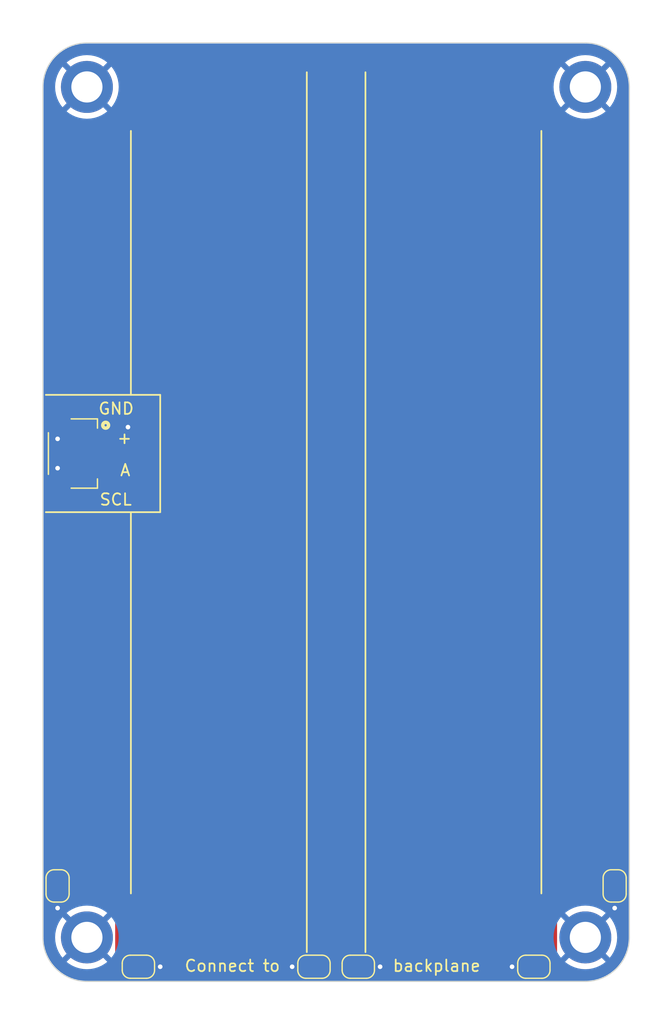
<source format=kicad_pcb>
(kicad_pcb (version 20221018) (generator pcbnew)
  (layers (0 "F.Cu" signal) (31 "B.Cu" signal) (34 "B.Paste" user) (35 "F.Paste" user) (36 "B.SilkS" user "B.Silkscreen") (37 "F.SilkS" user "F.Silkscreen") (38 "B.Mask" user) (39 "F.Mask" user) (44 "Edge.Cuts" user))
  (net 0 "")
  (net 1 "GND")
  (net 2 "/SCA")
  (net 3 "/SCL")
  (net 4 "Net-(J7-Pin_1)")
  (net 5 "Net-(J8-Pin_1)")
  (net 6 "Net-(J9-Pin_1)")
  (net 7 "Net-(J10-Pin_1)")
  (net 8 "Net-(J11-Pin_1)")
  (net 9 "Net-(J12-Pin_1)")
  (net 10 "Net-(J13-Pin_1)")
  (net 11 "Net-(J14-Pin_1)")
  (net 12 "Net-(J15-Pin_1)")
  (net 13 "Net-(J16-Pin_1)")
  (net 14 "Net-(J17-Pin_1)")
  (net 15 "Net-(J18-Pin_1)")
  (net 16 "Net-(J21-Pin_1)")
  (net 17 "Net-(J22-Pin_1)")
  (net 18 "Net-(J23-Pin_1)")
  (net 19 "Net-(J24-Pin_1)")
  (net 20 "Net-(J25-Pin_1)")
  (net 21 "Net-(J26-Pin_1)")
  (net 22 "Net-(J27-Pin_1)")
  (net 23 "Net-(J28-Pin_1)")
  (net 24 "Net-(J29-Pin_1)")
  (net 25 "Net-(J30-Pin_1)")
  (net 26 "Net-(J31-Pin_1)")
  (net 27 "Net-(J35-Pin_1)")
  (net 28 "Net-(J36-Pin_1)")
  (net 29 "Net-(J37-Pin_1)")
  (net 30 "Net-(J38-Pin_1)")
  (net 31 "/VDD")
  (net 32 "Net-(J32-Pin_1)")
  (net 33 "Net-(J33-Pin_1)")
  (net 34 "Net-(J19-Pin_1)")
  (net 35 "Net-(J20-Pin_1)")
  (net 36 "Net-(J34-Pin_1)")
  (net 37 "Net-(J39-Pin_1)")
  (net 38 "Net-(J40-Pin_1)")
  (net 39 "Net-(J41-Pin_1)")
  (net 40 "Net-(J42-Pin_1)")
  (net 41 "Net-(J3-Pin_1)")
  (net 42 "Net-(J5-Pin_1)")
  (net 43 "Net-(J43-Pin_1)")
  (net 44 "Net-(J44-Pin_1)")
  (net 45 "Net-(J45-Pin_1)")
  (net 46 "Net-(J46-Pin_1)")
  (net 47 "Net-(J47-Pin_1)")
  (net 48 "Net-(J48-Pin_1)")
  (net 49 "Net-(J49-Pin_1)")
  (net 50 "Net-(J50-Pin_1)")
  (net 51 "Net-(J51-Pin_1)")
  (net 52 "Net-(J52-Pin_1)")
  (net 53 "Net-(J53-Pin_1)")
  (net 54 "Net-(J54-Pin_1)")
  (net 55 "Net-(J55-Pin_1)")
  (net 56 "Net-(J56-Pin_1)")
  (net 57 "Net-(J57-Pin_1)")
  (net 58 "Net-(J58-Pin_1)")
  (net 59 "Net-(J59-Pin_1)")
  (net 60 "Net-(J60-Pin_1)")
  (net 61 "Net-(J61-Pin_1)")
  (net 62 "Net-(J62-Pin_1)")
  (net 63 "Net-(J63-Pin_1)")
  (net 64 "Net-(J64-Pin_1)")
  (net 65 "Net-(J65-Pin_1)")
  (net 66 "Net-(J66-Pin_1)")
  (net 67 "Net-(J67-Pin_1)")
  (net 68 "Net-(J68-Pin_1)")
  (net 69 "Net-(J69-Pin_1)")
  (net 70 "Net-(J70-Pin_1)")
  (footprint "Proto:Proto_1x06_P2.54mm" (layer "F.Cu") (at 81.28 27.94 -90)
    (fp_text reference "J9" hide)
    (fp_text value "Conn_01x06_Socket")
  )
  (footprint "Proto:Proto_1x30_P2.54mm" (layer "F.Cu") (at 96.52 96.52)
    (fp_text reference "J37" hide)
    (fp_text value "Conn_01x30_Socket")
  )
  (footprint "Proto:Proto_1x26_P2.54mm" (layer "F.Cu") (at 116.84 27.94 180)
    (fp_text reference "J70" hide)
    (fp_text value "Conn_01x26_Socket")
  )
  (footprint "Proto:Proto_1x06_P2.54mm" (layer "F.Cu") (at 101.6 73.66 -90)
    (fp_text reference "J59" hide)
    (fp_text value "Conn_01x06_Socket")
  )
  (footprint "Proto:Proto_1x06_P2.54mm" (layer "F.Cu") (at 81.28 66.04 -90)
    (fp_text reference "J24" hide)
    (fp_text value "Conn_01x06_Socket")
  )
  (footprint "Proto:Proto_1x26_P2.54mm" (layer "F.Cu") (at 119.38 27.94 180)
    (fp_text reference "J69" hide)
    (fp_text value "Conn_01x26_Socket")
  )
  (footprint "Jumper:SolderJumper-2_P1.3mm_Open_RoundedPad1.0x1.5mm" (layer "F.Cu") (at 99.71 99.06 180)
    (fp_text reference "JP4" hide)
    (fp_text value "SolderJumper_2_Open")
  )
  (footprint "Proto:Proto_1x06_P2.54mm" (layer "F.Cu") (at 101.6 35.56 -90)
    (fp_text reference "J44" hide)
    (fp_text value "Conn_01x06_Socket")
  )
  (footprint "Proto:Proto_1x06_P2.54mm" (layer "F.Cu") (at 81.28 93.98 -90)
    (fp_text reference "J35" hide)
    (fp_text value "Conn_01x06_Socket")
  )
  (footprint "Proto:Proto_1x06_P2.54mm" (layer "F.Cu") (at 81.28 48.26 -90)
    (fp_text reference "J17" hide)
    (fp_text value "Conn_01x06_Socket")
  )
  (footprint "Proto:Proto_1x09_P2.54mm" (layer "F.Cu") (at 76.2 27.94 180)
    (fp_text reference "J5" hide)
    (fp_text value "Conn_01x09_Socket")
  )
  (footprint "Proto:Proto_1x06_P2.54mm" (layer "F.Cu") (at 81.28 81.28 -90)
    (fp_text reference "J30" hide)
    (fp_text value "Conn_01x06_Socket")
  )
  (footprint "MountingHole:MountingHole_2.7mm_M2.5_ISO7380_Pad" (layer "F.Cu") (at 119.38 96.52)
    (fp_text reference "H4" hide)
    (fp_text value "MountingHole_Pad")
  )
  (footprint "Proto:Proto_1x06_P2.54mm" (layer "F.Cu") (at 101.6 91.44 -90)
    (fp_text reference "J66" hide)
    (fp_text value "Conn_01x06_Socket")
  )
  (footprint "Proto:Proto_1x06_P2.54mm" (layer "F.Cu") (at 101.6 30.48 -90)
    (fp_text reference "J42" hide)
    (fp_text value "Conn_01x06_Socket")
  )
  (footprint "Proto:Proto_1x06_P2.54mm" (layer "F.Cu") (at 101.6 63.5 -90)
    (fp_text reference "J55" hide)
    (fp_text value "Conn_01x06_Socket")
  )
  (footprint "Proto:Proto_1x06_P2.54mm" (layer "F.Cu") (at 81.28 38.1 -90)
    (fp_text reference "J13" hide)
    (fp_text value "Conn_01x06_Socket")
  )
  (footprint "Proto:Proto_1x06_P2.54mm" (layer "F.Cu") (at 81.28 96.52 -90)
    (fp_text reference "J36" hide)
    (fp_text value "Conn_01x06_Socket")
  )
  (footprint "Proto:Proto_1x06_P2.54mm" (layer "F.Cu") (at 101.6 22.86 -90)
    (fp_text reference "J39" hide)
    (fp_text value "Conn_01x06_Socket")
  )
  (footprint "SM04B-SRSS-TB(LF)(SN):JST_SM04B-SRSS-TB(LF)(SN)" (layer "F.Cu") (at 77.438 54.61 -90)
    (fp_text reference "J1" hide)
    (fp_text value "SM04B-SRSS-TB(LF)(SN)")
  )
  (footprint "Proto:Proto_1x06_P2.54mm" (layer "F.Cu") (at 101.6 38.1 -90)
    (fp_text reference "J45" hide)
    (fp_text value "Conn_01x06_Socket")
  )
  (footprint "Proto:Proto_1x09_P2.54mm" (layer "F.Cu") (at 78.74 27.94 180)
    (fp_text reference "J3" hide)
    (fp_text value "Conn_01x09_Socket")
  )
  (footprint "Proto:Proto_1x06_P2.54mm" (layer "F.Cu") (at 101.6 78.74 -90)
    (fp_text reference "J61" hide)
    (fp_text value "Conn_01x06_Socket")
  )
  (footprint "MountingHole:MountingHole_2.7mm_M2.5_ISO7380_Pad" (layer "F.Cu") (at 119.38 22.86)
    (fp_text reference "H2" hide)
    (fp_text value "MountingHole_Pad")
  )
  (footprint "Jumper:SolderJumper-2_P1.3mm_Open_RoundedPad1.0x1.5mm" (layer "F.Cu") (at 114.92 99.06)
    (fp_text reference "JP6" hide)
    (fp_text value "SolderJumper_2_Open")
  )
  (footprint "Proto:Proto_1x06_P2.54mm" (layer "F.Cu") (at 101.6 58.42 -90)
    (fp_text reference "J53" hide)
    (fp_text value "Conn_01x06_Socket")
  )
  (footprint "Proto:Proto_1x06_P2.54mm" (layer "F.Cu") (at 81.28 25.4 -90)
    (fp_text reference "J8" hide)
    (fp_text value "Conn_01x06_Socket")
  )
  (footprint "Jumper:SolderJumper-2_P1.3mm_Open_RoundedPad1.0x1.5mm" (layer "F.Cu") (at 95.87 99.06)
    (fp_text reference "JP3" hide)
    (fp_text value "SolderJumper_2_Open")
  )
  (footprint "Proto:Proto_1x06_P2.54mm" (layer "F.Cu") (at 101.6 66.04 -90)
    (fp_text reference "J56" hide)
    (fp_text value "Conn_01x06_Socket")
  )
  (footprint "Proto:Proto_1x30_P2.54mm" (layer "F.Cu") (at 99.06 96.52)
    (fp_text reference "J38" hide)
    (fp_text value "Conn_01x30_Socket")
  )
  (footprint "Proto:Proto_1x06_P2.54mm" (layer "F.Cu") (at 81.28 35.56 -90)
    (fp_text reference "J12" hide)
    (fp_text value "Conn_01x06_Socket")
  )
  (footprint "Proto:Proto_1x06_P2.54mm" (layer "F.Cu") (at 81.28 43.18 -90)
    (fp_text reference "J15" hide)
    (fp_text value "Conn_01x06_Socket")
  )
  (footprint "Proto:Proto_1x06_P2.54mm" (layer "F.Cu") (at 101.6 93.98 -90)
    (fp_text reference "J67" hide)
    (fp_text value "Conn_01x06_Socket")
  )
  (footprint "Proto:Proto_1x06_P2.54mm" (layer "F.Cu") (at 81.28 76.2 -90)
    (fp_text reference "J28" hide)
    (fp_text value "Conn_01x06_Socket")
  )
  (footprint "Proto:Proto_1x06_P2.54mm" (layer "F.Cu") (at 81.28 68.58 -90)
    (fp_text reference "J25" hide)
    (fp_text value "Conn_01x06_Socket")
  )
  (footprint "Proto:Proto_1x06_P2.54mm" (layer "F.Cu") (at 101.6 27.94 -90)
    (fp_text reference "J41" hide)
    (fp_text value "Conn_01x06_Socket")
  )
  (footprint "Proto:Proto_1x06_P2.54mm" (layer "F.Cu") (at 101.6 33.02 -90)
    (fp_text reference "J43" hide)
    (fp_text value "Conn_01x06_Socket")
  )
  (footprint "Proto:Proto_1x06_P2.54mm" (layer "F.Cu") (at 101.6 43.18 -90)
    (fp_text reference "J47" hide)
    (fp_text value "Conn_01x06_Socket")
  )
  (footprint "Proto:Proto_1x06_P2.54mm" (layer "F.Cu") (at 101.6 40.64 -90)
    (fp_text reference "J46" hide)
    (fp_text value "Conn_01x06_Socket")
  )
  (footprint "Proto:Proto_1x06_P2.54mm" (layer "F.Cu") (at 81.28 33.02 -90)
    (fp_text reference "J11" hide)
    (fp_text value "Conn_01x06_Socket")
  )
  (footprint "Proto:Proto_1x06_P2.54mm" (layer "F.Cu") (at 101.6 48.26 -90)
    (fp_text reference "J49" hide)
    (fp_text value "Conn_01x06_Socket")
  )
  (footprint "Proto:Proto_1x06_P2.54mm" (layer "F.Cu") (at 101.6 68.58 -90)
    (fp_text reference "J57" hide)
    (fp_text value "Conn_01x06_Socket")
  )
  (footprint "Jumper:SolderJumper-2_P1.3mm_Open_RoundedPad1.0x1.5mm" (layer "F.Cu") (at 121.92 92.06 90)
    (fp_text reference "JP5" hide)
    (fp_text value "SolderJumper_2_Open")
  )
  (footprint "Proto:Proto_1x06_P2.54mm" (layer "F.Cu") (at 81.28 60.96 -90)
    (fp_text reference "J22" hide)
    (fp_text value "Conn_01x06_Socket")
  )
  (footprint "Proto:Proto_1x06_P2.54mm" (layer "F.Cu") (at 81.28 83.82 -90)
    (fp_text reference "J31" hide)
    (fp_text value "Conn_01x06_Socket")
  )
  (footprint "Proto:Proto_1x06_P2.54mm" (layer "F.Cu") (at 101.6 60.96 -90)
    (fp_text reference "J54" hide)
    (fp_text value "Conn_01x06_Socket")
  )
  (footprint "Proto:Proto_1x04_P2.54mm" (layer "F.Cu") (at 81.28 50.8 180)
    (fp_text reference "J2" hide)
    (fp_text value "Conn_01x04_Socket")
  )
  (footprint "Proto:Proto_1x06_P2.54mm" (layer "F.Cu") (at 101.6 86.36 -90)
    (fp_text reference "J64" hide)
    (fp_text value "Conn_01x06_Socket")
  )
  (footprint "Proto:Proto_1x06_P2.54mm" (layer "F.Cu") (at 81.28 78.74 -90)
    (fp_text reference "J29" hide)
    (fp_text value "Conn_01x06_Socket")
  )
  (footprint "MountingHole:MountingHole_2.7mm_M2.5_ISO7380_Pad" (layer "F.Cu") (at 76.2 22.86)
    (fp_text reference "H1" hide)
    (fp_text value "MountingHole_Pad")
  )
  (footprint "Proto:Proto_1x06_P2.54mm" (layer "F.Cu") (at 81.28 40.64 -90)
    (fp_text reference "J14" hide)
    (fp_text value "Conn_01x06_Socket")
  )
  (footprint "Proto:Proto_1x06_P2.54mm" (layer "F.Cu") (at 101.6 96.52 -90)
    (fp_text reference "J68" hide)
    (fp_text value "Conn_01x06_Socket")
  )
  (footprint "Proto:Proto_1x05_P2.54mm" (layer "F.Cu") (at 83.82 50.8 -90)
    (fp_text reference "J18" hide)
    (fp_text value "Conn_01x05_Socket")
  )
  (footprint "MountingHole:MountingHole_2.7mm_M2.5_ISO7380_Pad" (layer "F.Cu") (at 76.2 96.52)
    (fp_text reference "H3" hide)
    (fp_text value "MountingHole_Pad")
  )
  (footprint "Proto:Proto_1x06_P2.54mm" (layer "F.Cu") (at 81.28 91.44 -90)
    (fp_text reference "J34" hide)
    (fp_text value "Conn_01x06_Socket")
  )
  (footprint "Proto:Proto_1x06_P2.54mm" (layer "F.Cu") (at 81.28 71.12 -90)
    (fp_text reference "J26" hide)
    (fp_text value "Conn_01x06_Socket")
  )
  (footprint "Proto:Proto_1x06_P2.54mm" (layer "F.Cu") (at 81.28 88.9 -90)
    (fp_text reference "J33" hide)
    (fp_text value "Conn_01x06_Socket")
  )
  (footprint "Proto:Proto_1x06_P2.54mm" (layer "F.Cu") (at 81.28 73.66 -90)
    (fp_text reference "J27" hide)
    (fp_text value "Conn_01x06_Socket")
  )
  (footprint "Proto:Proto_1x06_P2.54mm" (layer "F.Cu") (at 81.28 45.72 -90)
    (fp_text reference "J16" hide)
    (fp_text value "Conn_01x06_Socket")
  )
  (footprint "Proto:Proto_1x05_P2.54mm" (layer "F.Cu") (at 83.82 55.88 -90)
    (fp_text reference "J20" hide)
    (fp_text value "Conn_01x05_Socket")
  )
  (footprint "Proto:Proto_1x06_P2.54mm" (layer "F.Cu") (at 101.6 45.72 -90)
    (fp_text reference "J48" hide)
    (fp_text value "Conn_01x06_Socket")
  )
  (footprint "Proto:Proto_1x06_P2.54mm" (layer "F.Cu") (at 101.6 83.82 -90)
    (fp_text reference "J63" hide)
    (fp_text value "Conn_01x06_Socket")
  )
  (footprint "Proto:Proto_1x06_P2.54mm" (layer "F.Cu") (at 101.6 81.28 -90)
    (fp_text reference "J62" hide)
    (fp_text value "Conn_01x06_Socket")
  )
  (footprint "Proto:Proto_1x06_P2.54mm" (layer "F.Cu") (at 101.6 71.12 -90)
    (fp_text reference "J58" hide)
    (fp_text value "Conn_01x06_Socket")
  )
  (footprint "Jumper:SolderJumper-2_P1.3mm_Open_RoundedPad1.0x1.5mm" (layer "F.Cu") (at 80.66 99.06 180)
    (fp_text reference "JP1" hide)
    (fp_text value "SolderJumper_2_Open")
  )
  (footprint "Proto:Proto_1x06_P2.54mm" (layer "F.Cu") (at 81.28 86.36 -90)
    (fp_text reference "J32" hide)
    (fp_text value "Conn_01x06_Socket")
  )
  (footprint "Proto:Proto_1x06_P2.54mm" (layer "F.Cu") (at 81.28 30.48 -90)
    (fp_text reference "J10" hide)
    (fp_text value "Conn_01x06_Socket")
  )
  (footprint "Proto:Proto_1x13_P2.54mm" (layer "F.Cu") (at 78.74 60.96 180)
    (fp_text reference "J4" hide)
    (fp_text value "Conn_01x13_Socket")
  )
  (footprint "Proto:Proto_1x06_P2.54mm" (layer "F.Cu") (at 101.6 53.34 -90)
    (fp_text reference "J51" hide)
    (fp_text value "Conn_01x06_Socket")
  )
  (footprint "Proto:Proto_1x06_P2.54mm" (layer "F.Cu") (at 81.28 22.86 -90)
    (fp_text reference "J7" hide)
    (fp_text value "Conn_01x06_Socket")
  )
  (footprint "Proto:Proto_1x06_P2.54mm" (layer "F.Cu") (at 101.6 25.4 -90)
    (fp_text reference "J40" hide)
    (fp_text value "Conn_01x06_Socket")
  )
  (footprint "Proto:Proto_1x05_P2.54mm" (layer "F.Cu") (at 83.82 58.42 -90)
    (fp_text reference "J21" hide)
    (fp_text value "Conn_01x05_Socket")
  )
  (footprint "Proto:Proto_1x06_P2.54mm" (layer "F.Cu") (at 81.28 63.5 -90)
    (fp_text reference "J23" hide)
    (fp_text value "Conn_01x06_Socket")
  )
  (footprint "Proto:Proto_1x06_P2.54mm" (layer "F.Cu") (at 101.6 55.88 -90)
    (fp_text reference "J52" hide)
    (fp_text value "Conn_01x06_Socket")
  )
  (footprint "Proto:Proto_1x06_P2.54mm" (layer "F.Cu") (at 101.6 50.8 -90)
    (fp_text reference "J50" hide)
    (fp_text value "Conn_01x06_Socket")
  )
  (footprint "Proto:Proto_1x06_P2.54mm" (layer "F.Cu") (at 101.6 88.9 -90)
    (fp_text reference "J65" hide)
    (fp_text value "Conn_01x06_Socket")
  )
  (footprint "Proto:Proto_1x13_P2.54mm" (layer "F.Cu") (at 76.2 60.96 180)
    (fp_text reference "J6" hide)
    (fp_text value "Conn_01x13_Socket")
  )
  (footprint "Proto:Proto_1x05_P2.54mm" (layer "F.Cu") (at 83.82 53.34 -90)
    (fp_text reference "J19" hide)
    (fp_text value "Conn_01x05_Socket")
  )
  (footprint "Proto:Proto_1x06_P2.54mm" (layer "F.Cu") (at 101.6 76.2 -90)
    (fp_text reference "J60" hide)
    (fp_text value "Conn_01x06_Socket")
  )
  (footprint "Jumper:SolderJumper-2_P1.3mm_Open_RoundedPad1.0x1.5mm" (layer "F.Cu") (at 73.66 92.06 90)
    (fp_text reference "JP2" hide)
    (fp_text value "SolderJumper_2_Open")
  )
  (gr_line (start 82.55 49.53) (end 82.55 59.69) (stroke (width 0.15)) (layer "F.SilkS"))
  (gr_line (start 80.01 92.71) (end 80.01 59.69) (stroke (width 0.15)) (layer "F.SilkS"))
  (gr_line (start 115.57 92.71) (end 115.57 26.67) (stroke (width 0.15)) (layer "F.SilkS"))
  (gr_line (start 80.01 49.53) (end 80.01 26.67) (stroke (width 0.15)) (layer "F.SilkS"))
  (gr_line (start 95.25 97.79) (end 95.25 21.59) (stroke (width 0.15)) (layer "F.SilkS"))
  (gr_line (start 82.55 59.69) (end 72.644 59.69) (stroke (width 0.15)) (layer "F.SilkS"))
  (gr_line (start 72.644 49.53) (end 82.55 49.53) (stroke (width 0.15)) (layer "F.SilkS"))
  (gr_line (start 100.33 21.59) (end 100.33 97.79) (stroke (width 0.15)) (layer "F.SilkS"))
  (gr_arc (start 123.19 96.52) (mid 122.074077 99.214077) (end 119.38 100.33) (stroke (width 0.1)) (layer "Edge.Cuts"))
  (gr_line (start 123.19 96.52) (end 123.19 22.86) (stroke (width 0.1)) (layer "Edge.Cuts"))
  (gr_line (start 72.39 22.86) (end 72.39 96.52) (stroke (width 0.1)) (layer "Edge.Cuts"))
  (gr_line (start 119.38 19.05) (end 76.2 19.05) (stroke (width 0.1)) (layer "Edge.Cuts"))
  (gr_line (start 76.2 100.33) (end 119.38 100.33) (stroke (width 0.1)) (layer "Edge.Cuts"))
  (gr_arc (start 119.38 19.05) (mid 122.074077 20.165923) (end 123.19 22.86) (stroke (width 0.1)) (layer "Edge.Cuts"))
  (gr_arc (start 76.2 100.33) (mid 73.505923 99.214077) (end 72.39 96.52) (stroke (width 0.1)) (layer "Edge.Cuts"))
  (gr_arc (start 72.39 22.86) (mid 73.505923 20.165923) (end 76.2 19.05) (stroke (width 0.1)) (layer "Edge.Cuts"))
  (gr_text "A" (at 78.994 56.642) (layer "F.SilkS") (effects (font (size 1 1)) (justify left bottom)))
  (gr_text "Connect to" (at 84.582 99.568) (layer "F.SilkS") (effects (font (size 1 1)) (justify left bottom)))
  (gr_text "+" (at 78.74 53.848) (layer "F.SilkS") (effects (font (size 1 1)) (justify left bottom)))
  (gr_text "GND" (at 77.113 51.308) (layer "F.SilkS") (effects (font (size 1 1)) (justify left bottom)))
  (gr_text "SCL" (at 77.216 59.182) (layer "F.SilkS") (effects (font (size 1 1)) (justify left bottom)))
  (gr_text "backplane" (at 102.616 99.568) (layer "F.SilkS") (effects (font (size 1 1)) (justify left bottom)))
  (segment (start 73.66 92.71) (end 73.66 93.98) (width 0.5) (layer "F.Cu") (net 1))
  (segment (start 81.31 99.06) (end 82.55 99.06) (width 0.5) (layer "F.Cu") (net 1))
  (segment (start 73.563 55.977) (end 73.66 55.88) (width 0.5) (layer "F.Cu") (net 1))
  (segment (start 78.97 53.11) (end 79.756 52.324) (width 0.5) (layer "F.Cu") (net 1))
  (segment (start 100.36 99.06) (end 101.6 99.06) (width 0.5) (layer "F.Cu") (net 1))
  (segment (start 95.22 99.06) (end 93.98 99.06) (width 0.5) (layer "F.Cu") (net 1))
  (segment (start 121.92 92.71) (end 121.92 93.98) (width 0.5) (layer "F.Cu") (net 1))
  (segment (start 114.27 99.06) (end 113.03 99.06) (width 0.5) (layer "F.Cu") (net 1))
  (segment (start 73.563 53.243) (end 73.66 53.34) (width 0.5) (layer "F.Cu") (net 1))
  (segment (start 73.563 57.41) (end 73.563 55.977) (width 0.5) (layer "F.Cu") (net 1))
  (segment (start 77.438 53.11) (end 78.97 53.11) (width 0.5) (layer "F.Cu") (net 1))
  (segment (start 79.756 52.324) (end 81.28 50.8) (width 0.5) (layer "F.Cu") (net 1))
  (segment (start 73.563 51.81) (end 73.563 53.243) (width 0.5) (layer "F.Cu") (net 1))
  (via (at 73.66 55.88) (size 0.8) (drill 0.4) (layers "F.Cu" "B.Cu") (net 1))
  (via (at 73.66 93.98) (size 0.8) (drill 0.4) (layers "F.Cu" "B.Cu") (net 1))
  (via (at 113.03 99.06) (size 0.8) (drill 0.4) (layers "F.Cu" "B.Cu") (net 1))
  (via (at 73.66 53.34) (size 0.8) (drill 0.4) (layers "F.Cu" "B.Cu") (net 1))
  (via (at 82.55 99.06) (size 0.8) (drill 0.4) (layers "F.Cu" "B.Cu") (net 1))
  (via (at 121.92 93.98) (size 0.8) (drill 0.4) (layers "F.Cu" "B.Cu") (net 1))
  (via (at 101.6 99.06) (size 0.8) (drill 0.4) (layers "F.Cu" "B.Cu") (net 1))
  (via (at 79.756 52.324) (size 0.8) (drill 0.4) (layers "F.Cu" "B.Cu") (net 1))
  (via (at 93.98 99.06) (size 0.8) (drill 0.4) (layers "F.Cu" "B.Cu") (net 1))
  (segment (start 80.51 55.11) (end 81.28 55.88) (width 0.5) (layer "F.Cu") (net 2))
  (segment (start 77.438 55.11) (end 80.51 55.11) (width 0.5) (layer "F.Cu") (net 2))
  (segment (start 78.97 56.11) (end 81.28 58.42) (width 0.5) (layer "F.Cu") (net 3))
  (segment (start 77.438 56.11) (end 78.97 56.11) (width 0.5) (layer "F.Cu") (net 3))
  (segment (start 91.44 22.86) (end 93.98 22.86) (width 0.254) (layer "F.Cu") (net 4))
  (segment (start 86.36 22.86) (end 88.9 22.86) (width 0.254) (layer "F.Cu") (net 4))
  (segment (start 91.44 22.86) (end 88.9 22.86) (width 0.254) (layer "F.Cu") (net 4))
  (segment (start 83.82 22.86) (end 86.36 22.86) (width 0.254) (layer "F.Cu") (net 4))
  (segment (start 81.28 22.86) (end 83.82 22.86) (width 0.254) (layer "F.Cu") (net 4))
  (segment (start 91.44 25.4) (end 93.98 25.4) (width 0.254) (layer "F.Cu") (net 5))
  (segment (start 86.36 25.4) (end 88.9 25.4) (width 0.254) (layer "F.Cu") (net 5))
  (segment (start 91.44 25.4) (end 88.9 25.4) (width 0.254) (layer "F.Cu") (net 5))
  (segment (start 81.28 25.4) (end 83.82 25.4) (width 0.254) (layer "F.Cu") (net 5))
  (segment (start 83.82 25.4) (end 86.36 25.4) (width 0.254) (layer "F.Cu") (net 5))
  (segment (start 81.28 27.94) (end 83.82 27.94) (width 0.254) (layer "F.Cu") (net 6))
  (segment (start 91.44 27.94) (end 88.9 27.94) (width 0.254) (layer "F.Cu") (net 6))
  (segment (start 86.36 27.94) (end 88.9 27.94) (width 0.254) (layer "F.Cu") (net 6))
  (segment (start 86.36 27.94) (end 83.82 27.94) (width 0.254) (layer "F.Cu") (net 6))
  (segment (start 91.44 27.94) (end 93.98 27.94) (width 0.254) (layer "F.Cu") (net 6))
  (segment (start 91.44 30.48) (end 93.98 30.48) (width 0.254) (layer "F.Cu") (net 7))
  (segment (start 86.36 30.48) (end 88.9 30.48) (width 0.254) (layer "F.Cu") (net 7))
  (segment (start 86.36 30.48) (end 83.82 30.48) (width 0.254) (layer "F.Cu") (net 7))
  (segment (start 81.28 30.48) (end 83.82 30.48) (width 0.254) (layer "F.Cu") (net 7))
  (segment (start 91.44 30.48) (end 88.9 30.48) (width 0.254) (layer "F.Cu") (net 7))
  (segment (start 81.28 33.02) (end 83.82 33.02) (width 0.254) (layer "F.Cu") (net 8))
  (segment (start 91.44 33.02) (end 88.9 33.02) (width 0.254) (layer "F.Cu") (net 8))
  (segment (start 86.36 33.02) (end 83.82 33.02) (width 0.254) (layer "F.Cu") (net 8))
  (segment (start 91.44 33.02) (end 93.98 33.02) (width 0.254) (layer "F.Cu") (net 8))
  (segment (start 86.36 33.02) (end 88.9 33.02) (width 0.254) (layer "F.Cu") (net 8))
  (segment (start 91.44 35.56) (end 93.98 35.56) (width 0.254) (layer "F.Cu") (net 9))
  (segment (start 86.36 35.56) (end 83.82 35.56) (width 0.254) (layer "F.Cu") (net 9))
  (segment (start 81.28 35.56) (end 83.82 35.56) (width 0.254) (layer "F.Cu") (net 9))
  (segment (start 91.44 35.56) (end 88.9 35.56) (width 0.254) (layer "F.Cu") (net 9))
  (segment (start 86.36 35.56) (end 88.9 35.56) (width 0.254) (layer "F.Cu") (net 9))
  (segment (start 91.44 38.1) (end 93.98 38.1) (width 0.254) (layer "F.Cu") (net 10))
  (segment (start 83.82 38.1) (end 86.36 38.1) (width 0.254) (layer "F.Cu") (net 10))
  (segment (start 91.44 38.1) (end 88.9 38.1) (width 0.254) (layer "F.Cu") (net 10))
  (segment (start 88.9 38.1) (end 86.36 38.1) (width 0.254) (layer "F.Cu") (net 10))
  (segment (start 83.82 38.1) (end 81.28 38.1) (width 0.254) (layer "F.Cu") (net 10))
  (segment (start 83.82 40.64) (end 81.28 40.64) (width 0.254) (layer "F.Cu") (net 11))
  (segment (start 91.44 40.64) (end 93.98 40.64) (width 0.254) (layer "F.Cu") (net 11))
  (segment (start 91.44 40.64) (end 88.9 40.64) (width 0.254) (layer "F.Cu") (net 11))
  (segment (start 83.82 40.64) (end 86.36 40.64) (width 0.254) (layer "F.Cu") (net 11))
  (segment (start 88.9 40.64) (end 86.36 40.64) (width 0.254) (layer "F.Cu") (net 11))
  (segment (start 83.82 43.18) (end 86.36 43.18) (width 0.254) (layer "F.Cu") (net 12))
  (segment (start 93.98 43.18) (end 91.44 43.18) (width 0.254) (layer "F.Cu") (net 12))
  (segment (start 83.82 43.18) (end 81.28 43.18) (width 0.254) (layer "F.Cu") (net 12))
  (segment (start 88.9 43.18) (end 91.44 43.18) (width 0.254) (layer "F.Cu") (net 12))
  (segment (start 88.9 43.18) (end 86.36 43.18) (width 0.254) (layer "F.Cu") (net 12))
  (segment (start 83.82 45.72) (end 86.36 45.72) (width 0.254) (layer "F.Cu") (net 13))
  (segment (start 88.9 45.72) (end 86.36 45.72) (width 0.254) (layer "F.Cu") (net 13))
  (segment (start 88.9 45.72) (end 91.44 45.72) (width 0.254) (layer "F.Cu") (net 13))
  (segment (start 93.98 45.72) (end 91.44 45.72) (width 0.254) (layer "F.Cu") (net 13))
  (segment (start 83.82 45.72) (end 81.28 45.72) (width 0.254) (layer "F.Cu") (net 13))
  (segment (start 83.82 48.26) (end 81.28 48.26) (width 0.254) (layer "F.Cu") (net 14))
  (segment (start 83.82 48.26) (end 86.36 48.26) (width 0.254) (layer "F.Cu") (net 14))
  (segment (start 88.9 48.26) (end 86.36 48.26) (width 0.254) (layer "F.Cu") (net 14))
  (segment (start 91.44 48.26) (end 93.98 48.26) (width 0.254) (layer "F.Cu") (net 14))
  (segment (start 91.44 48.26) (end 88.9 48.26) (width 0.254) (layer "F.Cu") (net 14))
  (segment (start 88.9 50.8) (end 91.44 50.8) (width 0.254) (layer "F.Cu") (net 15))
  (segment (start 83.82 50.8) (end 86.36 50.8) (width 0.254) (layer "F.Cu") (net 15))
  (segment (start 91.44 50.8) (end 93.98 50.8) (width 0.254) (layer "F.Cu") (net 15))
  (segment (start 86.36 50.8) (end 88.9 50.8) (width 0.254) (layer "F.Cu") (net 15))
  (segment (start 83.82 58.42) (end 86.36 58.42) (width 0.254) (layer "F.Cu") (net 16))
  (segment (start 88.9 58.42) (end 91.44 58.42) (width 0.254) (layer "F.Cu") (net 16))
  (segment (start 86.36 58.42) (end 88.9 58.42) (width 0.254) (layer "F.Cu") (net 16))
  (segment (start 91.44 58.42) (end 93.98 58.42) (width 0.254) (layer "F.Cu") (net 16))
  (segment (start 81.28 60.96) (end 83.82 60.96) (width 0.254) (layer "F.Cu") (net 17))
  (segment (start 91.44 60.96) (end 93.98 60.96) (width 0.254) (layer "F.Cu") (net 17))
  (segment (start 88.9 60.96) (end 91.44 60.96) (width 0.254) (layer "F.Cu") (net 17))
  (segment (start 88.9 60.96) (end 86.36 60.96) (width 0.254) (layer "F.Cu") (net 17))
  (segment (start 83.82 60.96) (end 86.36 60.96) (width 0.254) (layer "F.Cu") (net 17))
  (segment (start 83.82 63.5) (end 86.36 63.5) (width 0.254) (layer "F.Cu") (net 18))
  (segment (start 88.9 63.5) (end 91.44 63.5) (width 0.254) (layer "F.Cu") (net 18))
  (segment (start 81.28 63.5) (end 83.82 63.5) (width 0.254) (layer "F.Cu") (net 18))
  (segment (start 86.36 63.5) (end 88.9 63.5) (width 0.254) (layer "F.Cu") (net 18))
  (segment (start 91.44 63.5) (end 93.98 63.5) (width 0.254) (layer "F.Cu") (net 18))
  (segment (start 86.36 66.04) (end 88.9 66.04) (width 0.254) (layer "F.Cu") (net 19))
  (segment (start 81.28 66.04) (end 83.82 66.04) (width 0.254) (layer "F.Cu") (net 19))
  (segment (start 83.82 66.04) (end 86.36 66.04) (width 0.254) (layer "F.Cu") (net 19))
  (segment (start 91.44 66.04) (end 93.98 66.04) (width 0.254) (layer "F.Cu") (net 19))
  (segment (start 88.9 66.04) (end 91.44 66.04) (width 0.254) (layer "F.Cu") (net 19))
  (segment (start 91.44 68.58) (end 93.98 68.58) (width 0.254) (layer "F.Cu") (net 20))
  (segment (start 88.9 68.58) (end 91.44 68.58) (width 0.254) (layer "F.Cu") (net 20))
  (segment (start 81.28 68.58) (end 83.82 68.58) (width 0.254) (layer "F.Cu") (net 20))
  (segment (start 86.36 68.58) (end 88.9 68.58) (width 0.254) (layer "F.Cu") (net 20))
  (segment (start 83.82 68.58) (end 86.36 68.58) (width 0.254) (layer "F.Cu") (net 20))
  (segment (start 86.36 71.12) (end 88.9 71.12) (width 0.254) (layer "F.Cu") (net 21))
  (segment (start 88.9 71.12) (end 91.44 71.12) (width 0.254) (layer "F.Cu") (net 21))
  (segment (start 81.28 71.12) (end 83.82 71.12) (width 0.254) (layer "F.Cu") (net 21))
  (segment (start 91.44 71.12) (end 93.98 71.12) (width 0.254) (layer "F.Cu") (net 21))
  (segment (start 83.82 71.12) (end 86.36 71.12) (width 0.254) (layer "F.Cu") (net 21))
  (segment (start 88.9 73.66) (end 86.36 73.66) (width 0.254) (layer "F.Cu") (net 22))
  (segment (start 83.82 73.66) (end 86.36 73.66) (width 0.254) (layer "F.Cu") (net 22))
  (segment (start 88.9 73.66) (end 91.44 73.66) (width 0.254) (layer "F.Cu") (net 22))
  (segment (start 93.98 73.66) (end 91.44 73.66) (width 0.254) (layer "F.Cu") (net 22))
  (segment (start 83.82 73.66) (end 81.28 73.66) (width 0.254) (layer "F.Cu") (net 22))
  (segment (start 83.82 76.2) (end 86.36 76.2) (width 0.254) (layer "F.Cu") (net 23))
  (segment (start 93.98 76.2) (end 91.44 76.2) (width 0.254) (layer "F.Cu") (net 23))
  (segment (start 83.82 76.2) (end 81.28 76.2) (width 0.254) (layer "F.Cu") (net 23))
  (segment (start 88.9 76.2) (end 91.44 76.2) (width 0.254) (layer "F.Cu") (net 23))
  (segment (start 88.9 76.2) (end 86.36 76.2) (width 0.254) (layer "F.Cu") (net 23))
  (segment (start 83.82 78.74) (end 81.28 78.74) (width 0.254) (layer "F.Cu") (net 24))
  (segment (start 88.9 78.74) (end 91.44 78.74) (width 0.254) (layer "F.Cu") (net 24))
  (segment (start 83.82 78.74) (end 86.36 78.74) (width 0.254) (layer "F.Cu") (net 24))
  (segment (start 91.44 78.74) (end 93.98 78.74) (width 0.254) (layer "F.Cu") (net 24))
  (segment (start 88.9 78.74) (end 86.36 78.74) (width 0.254) (layer "F.Cu") (net 24))
  (segment (start 91.44 81.28) (end 93.98 81.28) (width 0.254) (layer "F.Cu") (net 25))
  (segment (start 88.9 81.28) (end 86.36 81.28) (width 0.254) (layer "F.Cu") (net 25))
  (segment (start 83.82 81.28) (end 86.36 81.28) (width 0.254) (layer "F.Cu") (net 25))
  (segment (start 91.44 81.28) (end 88.9 81.28) (width 0.254) (layer "F.Cu") (net 25))
  (segment (start 83.82 81.28) (end 81.28 81.28) (width 0.254) (layer "F.Cu") (net 25))
  (segment (start 88.9 83.82) (end 86.36 83.82) (width 0.254) (layer "F.Cu") (net 26))
  (segment (start 83.82 83.82) (end 86.36 83.82) (width 0.254) (layer "F.Cu") (net 26))
  (segment (start 91.44 83.82) (end 88.9 83.82) (width 0.254) (layer "F.Cu") (net 26))
  (segment (start 91.44 83.82) (end 93.98 83.82) (width 0.254) (layer "F.Cu") (net 26))
  (segment (start 83.82 83.82) (end 81.28 83.82) (width 0.254) (layer "F.Cu") (net 26))
  (segment (start 91.44 93.98) (end 93.98 93.98) (width 0.254) (layer "F.Cu") (net 27))
  (segment (start 83.82 93.98) (end 81.28 93.98) (width 0.254) (layer "F.Cu") (net 27))
  (segment (start 88.9 93.98) (end 86.36 93.98) (width 0.254) (layer "F.Cu") (net 27))
  (segment (start 91.44 93.98) (end 88.9 93.98) (width 0.254) (layer "F.Cu") (net 27))
  (segment (start 83.82 93.98) (end 86.36 93.98) (width 0.254) (layer "F.Cu") (net 27))
  (segment (start 86.36 96.52) (end 88.9 96.52) (width 0.254) (layer "F.Cu") (net 28))
  (segment (start 91.44 96.52) (end 93.98 96.52) (width 0.254) (layer "F.Cu") (net 28))
  (segment (start 83.82 96.52) (end 86.36 96.52) (width 0.254) (layer "F.Cu") (net 28))
  (segment (start 88.9 96.52) (end 91.44 96.52) (width 0.254) (layer "F.Cu") (net 28))
  (segment (start 81.28 96.52) (end 83.82 96.52) (width 0.254) (layer "F.Cu") (net 28))
  (segment (start 96.52 96.52) (end 96.52 99.06) (width 0.5) (layer "F.Cu") (net 29))
  (segment (start 96.52 53.34) (end 96.52 55.88) (width 0.5) (layer "F.Cu") (net 29))
  (segment (start 96.52 43.18) (end 96.52 45.72) (width 0.5) (layer "F.Cu") (net 29))
  (segment (start 96.52 71.12) (end 96.52 68.58) (width 0.5) (layer "F.Cu") (net 29))
  (segment (start 96.52 73.66) (end 96.52 76.2) (width 0.5) (layer "F.Cu") (net 29))
  (segment (start 96.52 43.18) (end 96.52 40.64) (width 0.5) (layer "F.Cu") (net 29))
  (segment (start 96.52 45.72) (end 96.52 48.26) (width 0.5) (layer "F.Cu") (net 29))
  (segment (start 96.52 22.86) (end 96.52 25.4) (width 0.5) (layer "F.Cu") (net 29))
  (segment (start 96.52 81.28) (end 96.52 83.82) (width 0.5) (layer "F.Cu") (net 29))
  (segment (start 96.52 83.82) (end 96.52 86.36) (width 0.5) (layer "F.Cu") (net 29))
  (segment (start 96.52 91.44) (end 96.52 93.98) (width 0.5) (layer "F.Cu") (net 29))
  (segment (start 96.52 63.5) (end 96.52 66.04) (width 0.5) (layer "F.Cu") (net 29))
  (segment (start 96.52 68.58) (end 96.52 66.04) (width 0.5) (layer "F.Cu") (net 29))
  (segment (start 96.52 38.1) (end 96.52 40.64) (width 0.5) (layer "F.Cu") (net 29))
  (segment (start 96.52 55.88) (end 96.52 58.42) (width 0.5) (layer "F.Cu") (net 29))
  (segment (start 96.52 78.74) (end 96.52 81.28) (width 0.5) (layer "F.Cu") (net 29))
  (segment (start 96.52 30.48) (end 96.52 33.02) (width 0.5) (layer "F.Cu") (net 29))
  (segment (start 96.52 35.56) (end 96.52 38.1) (width 0.5) (layer "F.Cu") (net 29))
  (segment (start 96.52 58.42) (end 96.52 60.96) (width 0.5) (layer "F.Cu") (net 29))
  (segment (start 96.52 93.98) (end 96.52 96.52) (width 0.5) (layer "F.Cu") (net 29))
  (segment (start 96.52 86.36) (end 96.52 88.9) (width 0.5) (layer "F.Cu") (net 29))
  (segment (start 96.52 60.96) (end 96.52 63.5) (width 0.5) (layer "F.Cu") (net 29))
  (segment (start 96.52 76.2) (end 96.52 78.74) (width 0.5) (layer "F.Cu") (net 29))
  (segment (start 96.52 50.8) (end 96.52 53.34) (width 0.5) (layer "F.Cu") (net 29))
  (segment (start 96.52 35.56) (end 96.52 33.02) (width 0.5) (layer "F.Cu") (net 29))
  (segment (start 96.52 88.9) (end 96.52 91.44) (width 0.5) (layer "F.Cu") (net 29))
  (segment (start 96.52 48.26) (end 96.52 50.8) (width 0.5) (layer "F.Cu") (net 29))
  (segment (start 96.52 27.94) (end 96.52 30.48) (width 0.5) (layer "F.Cu") (net 29))
  (segment (start 96.52 27.94) (end 96.52 25.4) (width 0.5) (layer "F.Cu") (net 29))
  (segment (start 96.52 71.12) (end 96.52 73.66) (width 0.5) (layer "F.Cu") (net 29))
  (segment (start 99.06 43.18) (end 99.06 45.72) (width 0.5) (layer "F.Cu") (net 30))
  (segment (start 99.06 35.56) (end 99.06 38.1) (width 0.5) (layer "F.Cu") (net 30))
  (segment (start 99.06 55.88) (end 99.06 58.42) (width 0.5) (layer "F.Cu") (net 30))
  (segment (start 99.06 71.12) (end 99.06 73.66) (width 0.5) (layer "F.Cu") (net 30))
  (segment (start 99.06 53.34) (end 99.06 55.88) (width 0.5) (layer "F.Cu") (net 30))
  (segment (start 99.06 86.36) (end 99.06 88.9) (width 0.5) (layer "F.Cu") (net 30))
  (segment (start 99.06 81.28) (end 99.06 83.82) (width 0.5) (layer "F.Cu") (net 30))
  (segment (start 99.06 66.04) (end 99.06 63.5) (width 0.5) (layer "F.Cu") (net 30))
  (segment (start 99.06 60.96) (end 99.06 63.5) (width 0.5) (layer "F.Cu") (net 30))
  (segment (start 99.06 30.48) (end 99.06 33.02) (width 0.5) (layer "F.Cu") (net 30))
  (segment (start 99.06 45.72) (end 99.06 50.8) (width 0.5) (layer "F.Cu") (net 30))
  (segment (start 99.06 91.44) (end 99.06 93.98) (width 0.5) (layer "F.Cu") (net 30))
  (segment (start 99.06 76.2) (end 99.06 78.74) (width 0.5) (layer "F.Cu") (net 30))
  (segment (start 99.06 38.1) (end 99.06 40.64) (width 0.5) (layer "F.Cu") (net 30))
  (segment (start 99.06 99.06) (end 99.06 96.52) (width 0.5) (layer "F.Cu") (net 30))
  (segment (start 99.06 88.9) (end 99.06 91.44) (width 0.5) (layer "F.Cu") (net 30))
  (segment (start 99.06 45.72) (end 99.06 48.26) (width 0.5) (layer "F.Cu") (net 30))
  (segment (start 99.06 68.58) (end 99.06 66.04) (width 0.5) (layer "F.Cu") (net 30))
  (segment (start 99.06 43.18) (end 99.06 40.64) (width 0.5) (layer "F.Cu") (net 30))
  (segment (start 99.06 48.26) (end 99.06 53.34) (width 0.5) (layer "F.Cu") (net 30))
  (segment (start 99.06 33.02) (end 99.06 35.56) (width 0.5) (layer "F.Cu") (net 30))
  (segment (start 99.06 73.66) (end 99.06 76.2) (width 0.5) (layer "F.Cu") (net 30))
  (segment (start 99.06 93.98) (end 99.06 96.52) (width 0.5) (layer "F.Cu") (net 30))
  (segment (start 99.06 58.42) (end 99.06 60.96) (width 0.5) (layer "F.Cu") (net 30))
  (segment (start 99.06 27.94) (end 99.06 30.48) (width 0.5) (layer "F.Cu") (net 30))
  (segment (start 99.06 83.82) (end 99.06 86.36) (width 0.5) (layer "F.Cu") (net 30))
  (segment (start 99.06 22.86) (end 99.06 25.4) (width 0.5) (layer "F.Cu") (net 30))
  (segment (start 99.06 71.12) (end 99.06 68.58) (width 0.5) (layer "F.Cu") (net 30))
  (segment (start 99.06 78.74) (end 99.06 81.28) (width 0.5) (layer "F.Cu") (net 30))
  (segment (start 99.06 25.4) (end 99.06 27.94) (width 0.5) (layer "F.Cu") (net 30))
  (segment (start 77.438 54.11) (end 80.51 54.11) (width 0.5) (layer "F.Cu") (net 31))
  (segment (start 80.51 54.11) (end 81.28 53.34) (width 0.5) (layer "F.Cu") (net 31))
  (segment (start 83.82 86.36) (end 81.28 86.36) (width 0.254) (layer "F.Cu") (net 32))
  (segment (start 88.9 86.36) (end 86.36 86.36) (width 0.254) (layer "F.Cu") (net 32))
  (segment (start 93.98 86.36) (end 91.44 86.36) (width 0.254) (layer "F.Cu") (net 32))
  (segment (start 83.82 86.36) (end 86.36 86.36) (width 0.254) (layer "F.Cu") (net 32))
  (segment (start 88.9 86.36) (end 91.44 86.36) (width 0.254) (layer "F.Cu") (net 32))
  (segment (start 83.82 88.9) (end 86.36 88.9) (width 0.254) (layer "F.Cu") (net 33))
  (segment (start 91.44 88.9) (end 93.98 88.9) (width 0.254) (layer "F.Cu") (net 33))
  (segment (start 83.82 88.9) (end 81.28 88.9) (width 0.254) (layer "F.Cu") (net 33))
  (segment (start 88.9 88.9) (end 86.36 88.9) (width 0.254) (layer "F.Cu") (net 33))
  (segment (start 91.44 88.9) (end 88.9 88.9) (width 0.254) (layer "F.Cu") (net 33))
  (segment (start 91.44 53.34) (end 93.98 53.34) (width 0.254) (layer "F.Cu") (net 34))
  (segment (start 83.82 53.34) (end 86.36 53.34) (width 0.254) (layer "F.Cu") (net 34))
  (segment (start 86.36 53.34) (end 88.9 53.34) (width 0.254) (layer "F.Cu") (net 34))
  (segment (start 88.9 53.34) (end 91.44 53.34) (width 0.254) (layer "F.Cu") (net 34))
  (segment (start 83.82 55.88) (end 86.36 55.88) (width 0.254) (layer "F.Cu") (net 35))
  (segment (start 86.36 55.88) (end 88.9 55.88) (width 0.254) (layer "F.Cu") (net 35))
  (segment (start 88.9 55.88) (end 91.44 55.88) (width 0.254) (layer "F.Cu") (net 35))
  (segment (start 91.44 55.88) (end 93.98 55.88) (width 0.254) (layer "F.Cu") (net 35))
  (segment (start 88.9 91.44) (end 86.36 91.44) (width 0.254) (layer "F.Cu") (net 36))
  (segment (start 83.82 91.44) (end 86.36 91.44) (width 0.254) (layer "F.Cu") (net 36))
  (segment (start 91.44 91.44) (end 88.9 91.44) (width 0.254) (layer "F.Cu") (net 36))
  (segment (start 91.44 91.44) (end 93.98 91.44) (width 0.254) (layer "F.Cu") (net 36))
  (segment (start 83.82 91.44) (end 81.28 91.44) (width 0.254) (layer "F.Cu") (net 36))
  (segment (start 109.22 22.86) (end 111.76 22.86) (width 0.254) (layer "F.Cu") (net 37))
  (segment (start 109.22 22.86) (end 114.3 22.86) (width 0.254) (layer "F.Cu") (net 37))
  (segment (start 106.68 22.86) (end 109.22 22.86) (width 0.254) (layer "F.Cu") (net 37))
  (segment (start 101.6 22.86) (end 104.14 22.86) (width 0.254) (layer "F.Cu") (net 37))
  (segment (start 104.14 22.86) (end 106.68 22.86) (width 0.254) (layer "F.Cu") (net 37))
  (segment (start 109.22 25.4) (end 111.76 25.4) (width 0.254) (layer "F.Cu") (net 38))
  (segment (start 104.14 25.4) (end 101.6 25.4) (width 0.254) (layer "F.Cu") (net 38))
  (segment (start 109.22 25.4) (end 106.68 25.4) (width 0.254) (layer "F.Cu") (net 38))
  (segment (start 111.76 25.4) (end 114.3 25.4) (width 0.254) (layer "F.Cu") (net 38))
  (segment (start 104.14 25.4) (end 106.68 25.4) (width 0.254) (layer "F.Cu") (net 38))
  (segment (start 111.76 27.94) (end 114.3 27.94) (width 0.254) (layer "F.Cu") (net 39))
  (segment (start 109.22 27.94) (end 106.68 27.94) (width 0.254) (layer "F.Cu") (net 39))
  (segment (start 109.22 27.94) (end 111.76 27.94) (width 0.254) (layer "F.Cu") (net 39))
  (segment (start 104.14 27.94) (end 106.68 27.94) (width 0.254) (layer "F.Cu") (net 39))
  (segment (start 104.14 27.94) (end 101.6 27.94) (width 0.254) (layer "F.Cu") (net 39))
  (segment (start 111.76 30.48) (end 114.3 30.48) (width 0.254) (layer "F.Cu") (net 40))
  (segment (start 109.22 30.48) (end 106.68 30.48) (width 0.254) (layer "F.Cu") (net 40))
  (segment (start 104.14 30.48) (end 106.68 30.48) (width 0.254) (layer "F.Cu") (net 40))
  (segment (start 104.14 30.48) (end 101.6 30.48) (width 0.254) (layer "F.Cu") (net 40))
  (segment (start 109.22 30.48) (end 111.76 30.48) (width 0.254) (layer "F.Cu") (net 40))
  (segment (start 78.9 97.95) (end 78.9 91.6) (width 0.5) (layer "F.Cu") (net 41))
  (segment (start 76.2 50.8) (end 78.74 48.26) (width 0.5) (layer "F.Cu") (net 41))
  (segment (start 78.74 86.36) (end 78.74 83.82) (width 0.5) (layer "F.Cu") (net 41))
  (segment (start 78.9 91.6) (end 78.74 91.44) (width 0.5) (layer "F.Cu") (net 41))
  (segment (start 78.74 76.2) (end 78.74 73.66) (width 0.5) (layer "F.Cu") (net 41))
  (segment (start 78.74 38.1) (end 78.74 35.56) (width 0.5) (layer "F.Cu") (net 41))
  (segment (start 78.74 33.02) (end 78.74 30.48) (width 0.5) (layer "F.Cu") (net 41))
  (segment (start 76.2 58.42) (end 76.2 50.8) (width 0.5) (layer "F.Cu") (net 41))
  (segment (start 78.74 45.72) (end 78.74 43.18) (width 0.5) (layer "F.Cu") (net 41))
  (segment (start 78.74 73.66) (end 78.74 71.12) (width 0.5) (layer "F.Cu") (net 41))
  (segment (start 80.01 99.06) (end 78.9 97.95) (width 0.5) (layer "F.Cu") (net 41))
  (segment (start 78.74 81.28) (end 78.74 78.74) (width 0.5) (layer "F.Cu") (net 41))
  (segment (start 78.74 63.5) (end 78.74 60.96) (width 0.5) (layer "F.Cu") (net 41))
  (segment (start 78.74 88.9) (end 78.74 86.36) (width 0.5) (layer "F.Cu") (net 41))
  (segment (start 78.74 83.82) (end 78.74 81.28) (width 0.5) (layer "F.Cu") (net 41))
  (segment (start 78.74 66.04) (end 78.74 63.5) (width 0.5) (layer "F.Cu") (net 41))
  (segment (start 78.74 30.48) (end 78.74 27.94) (width 0.5) (layer "F.Cu") (net 41))
  (segment (start 78.74 91.44) (end 78.74 88.9) (width 0.5) (layer "F.Cu") (net 41))
  (segment (start 78.74 68.58) (end 78.74 66.04) (width 0.5) (layer "F.Cu") (net 41))
  (segment (start 78.74 48.26) (end 78.74 45.72) (width 0.5) (layer "F.Cu") (net 41))
  (segment (start 78.74 35.56) (end 78.74 33.02) (width 0.5) (layer "F.Cu") (net 41))
  (segment (start 78.74 40.64) (end 78.74 38.1) (width 0.5) (layer "F.Cu") (net 41))
  (segment (start 78.74 60.96) (end 76.2 58.42) (width 0.5) (layer "F.Cu") (net 41))
  (segment (start 78.74 68.58) (end 78.74 71.12) (width 0.5) (layer "F.Cu") (net 41))
  (segment (start 78.74 78.74) (end 78.74 76.2) (width 0.5) (layer "F.Cu") (net 41))
  (segment (start 78.74 43.18) (end 78.74 40.64) (width 0.5) (layer "F.Cu") (net 41))
  (segment (start 76.2 77.47) (end 76.2 76.2) (width 0.5) (layer "F.Cu") (net 42))
  (segment (start 76.2 33.02) (end 76.2 30.48) (width 0.5) (layer "F.Cu") (net 42))
  (segment (start 76.2 60.96) (end 74.93 59.69) (width 0.5) (layer "F.Cu") (net 42))
  (segment (start 76.2 40.64) (end 76.2 38.1) (width 0.5) (layer "F.Cu") (net 42))
  (segment (start 76.2 81.28) (end 76.2 78.74) (width 0.5) (layer "F.Cu") (net 42))
  (segment (start 76.2 86.36) (end 76.2 83.82) (width 0.5) (layer "F.Cu") (net 42))
  (segment (start 76.2 63.5) (end 76.2 60.96) (width 0.5) (layer "F.Cu") (net 42))
  (segment (start 76.2 48.26) (end 76.2 45.72) (width 0.5) (layer "F.Cu") (net 42))
  (segment (start 76.2 91.44) (end 76.2 88.9) (width 0.5) (layer "F.Cu") (net 42))
  (segment (start 76.2 38.1) (end 76.2 35.56) (width 0.5) (layer "F.Cu") (net 42))
  (segment (start 76.2 88.9) (end 76.2 86.36) (width 0.5) (layer "F.Cu") (net 42))
  (segment (start 76.2 30.48) (end 76.2 27.94) (width 0.5) (layer "F.Cu") (net 42))
  (segment (start 76.2 45.72) (end 76.2 43.18) (width 0.5) (layer "F.Cu") (net 42))
  (segment (start 76.2 71.12) (end 76.2 68.58) (width 0.5) (layer "F.Cu") (net 42))
  (segment (start 76.2 73.66) (end 76.2 71.12) (width 0.5) (layer "F.Cu") (net 42))
  (segment (start 76.2 43.18) (end 76.2 40.64) (width 0.5) (layer "F.Cu") (net 42))
  (segment (start 76.2 66.04) (end 76.2 63.5) (width 0.5) (layer "F.Cu") (net 42))
  (segment (start 76.2 77.47) (end 76.2 73.66) (width 0.5) (layer "F.Cu") (net 42))
  (segment (start 74.93 59.69) (end 74.93 49.53) (width 0.5) (layer "F.Cu") (net 42))
  (segment (start 76.2 78.74) (end 76.2 77.47) (width 0.5) (layer "F.Cu") (net 42))
  (segment (start 74.93 49.53) (end 76.2 48.26) (width 0.5) (layer "F.Cu") (net 42))
  (segment (start 76.2 91.44) (end 73.69 91.44) (width 0.5) (layer "F.Cu") (net 42))
  (segment (start 76.2 35.56) (end 76.2 33.02) (width 0.5) (layer "F.Cu") (net 42))
  (segment (start 73.69 91.44) (end 73.66 91.41) (width 0.5) (layer "F.Cu") (net 42))
  (segment (start 76.2 83.82) (end 76.2 81.28) (width 0.5) (layer "F.Cu") (net 42))
  (segment (start 76.2 68.58) (end 76.2 66.04) (width 0.5) (layer "F.Cu") (net 42))
  (segment (start 109.22 33.02) (end 111.76 33.02) (width 0.254) (layer "F.Cu") (net 43))
  (segment (start 111.76 33.02) (end 114.3 33.02) (width 0.254) (layer "F.Cu") (net 43))
  (segment (start 104.14 33.02) (end 106.68 33.02) (width 0.254) (layer "F.Cu") (net 43))
  (segment (start 104.14 33.02) (end 101.6 33.02) (width 0.254) (layer "F.Cu") (net 43))
  (segment (start 109.22 33.02) (end 106.68 33.02) (width 0.254) (layer "F.Cu") (net 43))
  (segment (start 104.14 35.56) (end 106.68 35.56) (width 0.254) (layer "F.Cu") (net 44))
  (segment (start 109.22 35.56) (end 106.68 35.56) (width 0.254) (layer "F.Cu") (net 44))
  (segment (start 111.76 35.56) (end 114.3 35.56) (width 0.254) (layer "F.Cu") (net 44))
  (segment (start 104.14 35.56) (end 101.6 35.56) (width 0.254) (layer "F.Cu") (net 44))
  (segment (start 109.22 35.56) (end 111.76 35.56) (width 0.254) (layer "F.Cu") (net 44))
  (segment (start 109.22 38.1) (end 106.68 38.1) (width 0.254) (layer "F.Cu") (net 45))
  (segment (start 104.14 38.1) (end 101.6 38.1) (width 0.254) (layer "F.Cu") (net 45))
  (segment (start 104.14 38.1) (end 106.68 38.1) (width 0.254) (layer "F.Cu") (net 45))
  (segment (start 109.22 38.1) (end 111.76 38.1) (width 0.254) (layer "F.Cu") (net 45))
  (segment (start 111.76 38.1) (end 114.3 38.1) (width 0.254) (layer "F.Cu") (net 45))
  (segment (start 111.76 40.64) (end 114.3 40.64) (width 0.254) (layer "F.Cu") (net 46))
  (segment (start 109.22 40.64) (end 106.68 40.64) (width 0.254) (layer "F.Cu") (net 46))
  (segment (start 104.14 40.64) (end 106.68 40.64) (width 0.254) (layer "F.Cu") (net 46))
  (segment (start 104.14 40.64) (end 101.6 40.64) (width 0.254) (layer "F.Cu") (net 46))
  (segment (start 109.22 40.64) (end 111.76 40.64) (width 0.254) (layer "F.Cu") (net 46))
  (segment (start 104.14 43.18) (end 101.6 43.18) (width 0.254) (layer "F.Cu") (net 47))
  (segment (start 104.14 43.18) (end 106.68 43.18) (width 0.254) (layer "F.Cu") (net 47))
  (segment (start 111.76 43.18) (end 114.3 43.18) (width 0.254) (layer "F.Cu") (net 47))
  (segment (start 109.22 43.18) (end 106.68 43.18) (width 0.254) (layer "F.Cu") (net 47))
  (segment (start 109.22 43.18) (end 111.76 43.18) (width 0.254) (layer "F.Cu") (net 47))
  (segment (start 109.22 45.72) (end 111.76 45.72) (width 0.254) (layer "F.Cu") (net 48))
  (segment (start 111.76 45.72) (end 114.3 45.72) (width 0.254) (layer "F.Cu") (net 48))
  (segment (start 109.22 45.72) (end 106.68 45.72) (width 0.254) (layer "F.Cu") (net 48))
  (segment (start 104.14 45.72) (end 106.68 45.72) (width 0.254) (layer "F.Cu") (net 48))
  (segment (start 104.14 45.72) (end 101.6 45.72) (width 0.254) (layer "F.Cu") (net 48))
  (segment (start 111.76 48.26) (end 114.3 48.26) (width 0.254) (layer "F.Cu") (net 49))
  (segment (start 109.22 48.26) (end 106.68 48.26) (width 0.254) (layer "F.Cu") (net 49))
  (segment (start 104.14 48.26) (end 106.68 48.26) (width 0.254) (layer "F.Cu") (net 49))
  (segment (start 104.14 48.26) (end 101.6 48.26) (width 0.254) (layer "F.Cu") (net 49))
  (segment (start 109.22 48.26) (end 111.76 48.26) (width 0.254) (layer "F.Cu") (net 49))
  (segment (start 109.22 50.8) (end 106.68 50.8) (width 0.254) (layer "F.Cu") (net 50))
  (segment (start 111.76 50.8) (end 114.3 50.8) (width 0.254) (layer "F.Cu") (net 50))
  (segment (start 104.14 50.8) (end 106.68 50.8) (width 0.254) (layer "F.Cu") (net 50))
  (segment (start 104.14 50.8) (end 101.6 50.8) (width 0.254) (layer "F.Cu") (net 50))
  (segment (start 109.22 50.8) (end 111.76 50.8) (width 0.254) (layer "F.Cu") (net 50))
  (segment (start 109.22 53.34) (end 106.68 53.34) (width 0.254) (layer "F.Cu") (net 51))
  (segment (start 111.76 53.34) (end 114.3 53.34) (width 0.254) (layer "F.Cu") (net 51))
  (segment (start 104.14 53.34) (end 101.6 53.34) (width 0.254) (layer "F.Cu") (net 51))
  (segment (start 109.22 53.34) (end 111.76 53.34) (width 0.254) (layer "F.Cu") (net 51))
  (segment (start 104.14 53.34) (end 106.68 53.34) (width 0.254) (layer "F.Cu") (net 51))
  (segment (start 104.14 55.88) (end 106.68 55.88) (width 0.254) (layer "F.Cu") (net 52))
  (segment (start 111.76 55.88) (end 114.3 55.88) (width 0.254) (layer "F.Cu") (net 52))
  (segment (start 109.22 55.88) (end 106.68 55.88) (width 0.254) (layer "F.Cu") (net 52))
  (segment (start 104.14 55.88) (end 101.6 55.88) (width 0.254) (layer "F.Cu") (net 52))
  (segment (start 109.22 55.88) (end 111.76 55.88) (width 0.254) (layer "F.Cu") (net 52))
  (segment (start 109.22 58.42) (end 111.76 58.42) (width 0.254) (layer "F.Cu") (net 53))
  (segment (start 111.76 58.42) (end 114.3 58.42) (width 0.254) (layer "F.Cu") (net 53))
  (segment (start 106.68 58.42) (end 109.22 58.42) (width 0.254) (layer "F.Cu") (net 53))
  (segment (start 104.14 58.42) (end 101.6 58.42) (width 0.254) (layer "F.Cu") (net 53))
  (segment (start 104.14 58.42) (end 106.68 58.42) (width 0.254) (layer "F.Cu") (net 53))
  (segment (start 104.14 60.96) (end 106.68 60.96) (width 0.254) (layer "F.Cu") (net 54))
  (segment (start 109.22 60.96) (end 106.68 60.96) (width 0.254) (layer "F.Cu") (net 54))
  (segment (start 109.22 60.96) (end 111.76 60.96) (width 0.254) (layer "F.Cu") (net 54))
  (segment (start 111.76 60.96) (end 114.3 60.96) (width 0.254) (layer "F.Cu") (net 54))
  (segment (start 104.14 60.96) (end 101.6 60.96) (width 0.254) (layer "F.Cu") (net 54))
  (segment (start 111.76 63.5) (end 114.3 63.5) (width 0.254) (layer "F.Cu") (net 55))
  (segment (start 104.14 63.5) (end 101.6 63.5) (width 0.254) (layer "F.Cu") (net 55))
  (segment (start 104.14 63.5) (end 106.68 63.5) (width 0.254) (layer "F.Cu") (net 55))
  (segment (start 109.22 63.5) (end 111.76 63.5) (width 0.254) (layer "F.Cu") (net 55))
  (segment (start 109.22 63.5) (end 106.68 63.5) (width 0.254) (layer "F.Cu") (net 55))
  (segment (start 104.14 66.04) (end 106.68 66.04) (width 0.254) (layer "F.Cu") (net 56))
  (segment (start 114.3 66.04) (end 111.76 66.04) (width 0.254) (layer "F.Cu") (net 56))
  (segment (start 109.22 66.04) (end 111.76 66.04) (width 0.254) (layer "F.Cu") (net 56))
  (segment (start 109.22 66.04) (end 106.68 66.04) (width 0.254) (layer "F.Cu") (net 56))
  (segment (start 104.14 66.04) (end 101.6 66.04) (width 0.254) (layer "F.Cu") (net 56))
  (segment (start 114.3 68.58) (end 111.76 68.58) (width 0.254) (layer "F.Cu") (net 57))
  (segment (start 109.22 68.58) (end 111.76 68.58) (width 0.254) (layer "F.Cu") (net 57))
  (segment (start 109.22 68.58) (end 106.68 68.58) (width 0.254) (layer "F.Cu") (net 57))
  (segment (start 104.14 68.58) (end 106.68 68.58) (width 0.254) (layer "F.Cu") (net 57))
  (segment (start 104.14 68.58) (end 101.6 68.58) (width 0.254) (layer "F.Cu") (net 57))
  (segment (start 104.14 71.12) (end 101.6 71.12) (width 0.254) (layer "F.Cu") (net 58))
  (segment (start 104.14 71.12) (end 106.68 71.12) (width 0.254) (layer "F.Cu") (net 58))
  (segment (start 114.3 71.12) (end 111.76 71.12) (width 0.254) (layer "F.Cu") (net 58))
  (segment (start 109.22 71.12) (end 111.76 71.12) (width 0.254) (layer "F.Cu") (net 58))
  (segment (start 109.22 71.12) (end 106.68 71.12) (width 0.254) (layer "F.Cu") (net 58))
  (segment (start 104.14 73.66) (end 106.68 73.66) (width 0.254) (layer "F.Cu") (net 59))
  (segment (start 109.22 73.66) (end 106.68 73.66) (width 0.254) (layer "F.Cu") (net 59))
  (segment (start 109.22 73.66) (end 111.76 73.66) (width 0.254) (layer "F.Cu") (net 59))
  (segment (start 114.3 73.66) (end 111.76 73.66) (width 0.254) (layer "F.Cu") (net 59))
  (segment (start 104.14 73.66) (end 101.6 73.66) (width 0.254) (layer "F.Cu") (net 59))
  (segment (start 104.14 76.2) (end 101.6 76.2) (width 0.254) (layer "F.Cu") (net 60))
  (segment (start 109.22 76.2) (end 106.68 76.2) (width 0.254) (layer "F.Cu") (net 60))
  (segment (start 104.14 76.2) (end 106.68 76.2) (width 0.254) (layer "F.Cu") (net 60))
  (segment (start 109.22 76.2) (end 111.76 76.2) (width 0.254) (layer "F.Cu") (net 60))
  (segment (start 114.3 76.2) (end 111.76 76.2) (width 0.254) (layer "F.Cu") (net 60))
  (segment (start 104.14 78.74) (end 106.68 78.74) (width 0.254) (layer "F.Cu") (net 61))
  (segment (start 109.22 78.74) (end 106.68 78.74) (width 0.254) (layer "F.Cu") (net 61))
  (segment (start 104.14 78.74) (end 101.6 78.74) (width 0.254) (layer "F.Cu") (net 61))
  (segment (start 109.22 78.74) (end 111.76 78.74) (width 0.254) (layer "F.Cu") (net 61))
  (segment (start 114.3 78.74) (end 111.76 78.74) (width 0.254) (layer "F.Cu") (net 61))
  (segment (start 104.14 81.28) (end 106.68 81.28) (width 0.254) (layer "F.Cu") (net 62))
  (segment (start 109.22 81.28) (end 111.76 81.28) (width 0.254) (layer "F.Cu") (net 62))
  (segment (start 114.3 81.28) (end 111.76 81.28) (width 0.254) (layer "F.Cu") (net 62))
  (segment (start 104.14 81.28) (end 101.6 81.28) (width 0.254) (layer "F.Cu") (net 62))
  (segment (start 109.22 81.28) (end 106.68 81.28) (width 0.254) (layer "F.Cu") (net 62))
  (segment (start 109.22 83.82) (end 111.76 83.82) (width 0.254) (layer "F.Cu") (net 63))
  (segment (start 104.14 83.82) (end 106.68 83.82) (width 0.254) (layer "F.Cu") (net 63))
  (segment (start 104.14 83.82) (end 101.6 83.82) (width 0.254) (layer "F.Cu") (net 63))
  (segment (start 114.3 83.82) (end 111.76 83.82) (width 0.254) (layer "F.Cu") (net 63))
  (segment (start 109.22 83.82) (end 106.68 83.82) (width 0.254) (layer "F.Cu") (net 63))
  (segment (start 104.14 86.36) (end 106.68 86.36) (width 0.254) (layer "F.Cu") (net 64))
  (segment (start 109.22 86.36) (end 106.68 86.36) (width 0.254) (layer "F.Cu") (net 64))
  (segment (start 104.14 86.36) (end 101.6 86.36) (width 0.254) (layer "F.Cu") (net 64))
  (segment (start 114.3 86.36) (end 111.76 86.36) (width 0.254) (layer "F.Cu") (net 64))
  (segment (start 109.22 86.36) (end 111.76 86.36) (width 0.254) (layer "F.Cu") (net 64))
  (segment (start 109.22 88.9) (end 106.68 88.9) (width 0.254) (layer "F.Cu") (net 65))
  (segment (start 114.3 88.9) (end 111.76 88.9) (width 0.254) (layer "F.Cu") (net 65))
  (segment (start 109.22 88.9) (end 111.76 88.9) (width 0.254) (layer "F.Cu") (net 65))
  (segment (start 104.14 88.9) (end 106.68 88.9) (width 0.254) (layer "F.Cu") (net 65))
  (segment (start 104.14 88.9) (end 101.6 88.9) (width 0.254) (layer "F.Cu") (net 65))
  (segment (start 109.22 91.44) (end 111.76 91.44) (width 0.254) (layer "F.Cu") (net 66))
  (segment (start 109.22 91.44) (end 106.68 91.44) (width 0.254) (layer "F.Cu") (net 66))
  (segment (start 104.14 91.44) (end 106.68 91.44) (width 0.254) (layer "F.Cu") (net 66))
  (segment (start 104.14 91.44) (end 101.6 91.44) (width 0.254) (layer "F.Cu") (net 66))
  (segment (start 114.3 91.44) (end 111.76 91.44) (width 0.254) (layer "F.Cu") (net 66))
  (segment (start 109.22 93.98) (end 106.68 93.98) (width 0.254) (layer "F.Cu") (net 67))
  (segment (start 104.14 93.98) (end 106.68 93.98) (width 0.254) (layer "F.Cu") (net 67))
  (segment (start 104.14 93.98) (end 101.6 93.98) (width 0.254) (layer "F.Cu") (net 67))
  (segment (start 109.22 93.98) (end 111.76 93.98) (width 0.254) (layer "F.Cu") (net 67))
  (segment (start 114.3 93.98) (end 111.76 93.98) (width 0.254) (layer "F.Cu") (net 67))
  (segment (start 104.14 96.52) (end 106.68 96.52) (width 0.254) (layer "F.Cu") (net 68))
  (segment (start 114.3 96.52) (end 111.76 96.52) (width 0.254) (layer "F.Cu") (net 68))
  (segment (start 109.22 96.52) (end 111.76 96.52) (width 0.254) (layer "F.Cu") (net 68))
  (segment (start 104.14 96.52) (end 101.6 96.52) (width 0.254) (layer "F.Cu") (net 68))
  (segment (start 109.22 96.52) (end 106.68 96.52) (width 0.254) (layer "F.Cu") (net 68))
  (segment (start 119.38 30.48) (end 119.38 33.02) (width 0.5) (layer "F.Cu") (net 69))
  (segment (start 119.38 76.2) (end 119.38 78.74) (width 0.5) (layer "F.Cu") (net 69))
  (segment (start 119.38 83.82) (end 119.38 86.36) (width 0.5) (layer "F.Cu") (net 69))
  (segment (start 119.38 58.42) (end 119.38 55.88) (width 0.5) (layer "F.Cu") (net 69))
  (segment (start 119.38 81.28) (end 119.38 83.82) (width 0.5) (layer "F.Cu") (net 69))
  (segment (start 119.38 40.64) (end 119.38 38.1) (width 0.5) (layer "F.Cu") (net 69))
  (segment (start 119.38 86.36) (end 119.38 88.9) (width 0.5) (layer "F.Cu") (net 69))
  (segment (start 119.38 63.5) (end 119.38 66.04) (width 0.5) (layer "F.Cu") (net 69))
  (segment (start 121.89 91.44) (end 121.92 91.41) (width 0.5) (layer "F.Cu") (net 69))
  (segment (start 119.38 58.42) (end 119.38 60.96) (width 0.5) (layer "F.Cu") (net 69))
  (segment (start 119.38 33.02) (end 119.38 35.56) (width 0.5) (layer "F.Cu") (net 69))
  (segment (start 119.38 78.74) (end 119.38 81.28) (width 0.5) (layer "F.Cu") (net 69))
  (segment (start 119.38 53.34) (end 119.38 50.8) (width 0.5) (layer "F.Cu") (net 69))
  (segment (start 119.38 88.9) (end 119.38 91.44) (width 0.5) (layer "F.Cu") (net 69))
  (segment (start 119.38 45.72) (end 119.38 48.26) (width 0.5) (layer "F.Cu") (net 69))
  (segment (start 119.38 66.04) (end 119.38 68.58) (width 0.5) (layer "F.Cu") (net 69))
  (segment (start 119.38 45.72) (end 119.38 43.18) (width 0.5) (layer "F.Cu") (net 69))
  (segment (start 119.38 48.26) (end 119.38 50.8) (width 0.5) (layer "F.Cu") (net 69))
  (segment (start 119.38 68.58) (end 119.38 71.12) (width 0.5) (layer "F.Cu") (net 69))
  (segment (start 119.38 43.18) (end 119.38 40.64) (width 0.5) (layer "F.Cu") (net 69))
  (segment (start 119.38 71.12) (end 119.38 73.66) (width 0.5) (layer "F.Cu") (net 69))
  (segment (start 119.38 27.94) (end 119.38 30.48) (width 0.5) (layer "F.Cu") (net 69))
  (segment (start 119.38 63.5) (end 119.38 60.96) (width 0.5) (layer "F.Cu") (net 69))
  (segment (start 119.38 38.1) (end 119.38 35.56) (width 0.5) (layer "F.Cu") (net 69))
  (segment (start 119.38 73.66) (end 119.38 76.2) (width 0.5) (layer "F.Cu") (net 69))
  (segment (start 119.38 53.34) (end 119.38 55.88) (width 0.5) (layer "F.Cu") (net 69))
  (segment (start 119.38 91.44) (end 121.89 91.44) (width 0.5) (layer "F.Cu") (net 69))
  (segment (start 116.84 81.28) (end 116.84 83.82) (width 0.5) (layer "F.Cu") (net 70))
  (segment (start 116.84 45.72) (end 116.84 43.18) (width 0.5) (layer "F.Cu") (net 70))
  (segment (start 116.84 58.42) (end 116.84 60.96) (width 0.5) (layer "F.Cu") (net 70))
  (segment (start 116.84 63.5) (end 116.84 60.96) (width 0.5) (layer "F.Cu") (net 70))
  (segment (start 116.84 38.1) (end 116.84 40.64) (width 0.5) (layer "F.Cu") (net 70))
  (segment (start 116.84 88.9) (end 116.84 91.44) (width 0.5) (layer "F.Cu") (net 70))
  (segment (start 115.57 99.06) (end 116.68 97.95) (width 0.5) (layer "F.Cu") (net 70))
  (segment (start 116.84 71.12) (end 116.84 73.66) (width 0.5) (layer "F.Cu") (net 70))
  (segment (start 116.84 63.5) (end 116.84 66.04) (width 0.5) (layer "F.Cu") (net 70))
  (segment (start 116.84 58.42) (end 116.84 55.88) (width 0.5) (layer "F.Cu") (net 70))
  (segment (start 116.84 86.36) (end 116.84 88.9) (width 0.5) (layer "F.Cu") (net 70))
  (segment (start 116.68 97.95) (end 116.68 91.6) (width 0.5) (layer "F.Cu") (net 70))
  (segment (start 116.84 30.48) (end 116.84 33.02) (width 0.5) (layer "F.Cu") (net 70))
  (segment (start 116.84 76.2) (end 116.84 78.74) (width 0.5) (layer "F.Cu") (net 70))
  (segment (start 116.84 73.66) (end 116.84 76.2) (width 0.5) (layer "F.Cu") (net 70))
  (segment (start 116.84 68.58) (end 116.84 71.12) (width 0.5) (layer "F.Cu") (net 70))
  (segment (start 116.84 27.94) (end 116.84 30.48) (width 0.5) (layer "F.Cu") (net 70))
  (segment (start 116.84 66.04) (end 116.84 68.58) (width 0.5) (layer "F.Cu") (net 70))
  (segment (start 116.68 91.6) (end 116.84 91.44) (width 0.5) (layer "F.Cu") (net 70))
  (segment (start 116.84 53.34) (end 116.84 55.88) (width 0.5) (layer "F.Cu") (net 70))
  (segment (start 116.84 53.34) (end 116.84 50.8) (width 0.5) (layer "F.Cu") (net 70))
  (segment (start 116.84 48.26) (end 116.84 50.8) (width 0.5) (layer "F.Cu") (net 70))
  (segment (start 116.84 43.18) (end 116.84 40.64) (width 0.5) (layer "F.Cu") (net 70))
  (segment (start 116.84 38.1) (end 116.84 35.56) (width 0.5) (layer "F.Cu") (net 70))
  (segment (start 116.84 78.74) (end 116.84 81.28) (width 0.5) (layer "F.Cu") (net 70))
  (segment (start 116.84 35.56) (end 116.84 33.02) (width 0.5) (layer "F.Cu") (net 70))
  (segment (start 116.84 45.72) (end 116.84 48.26) (width 0.5) (layer "F.Cu") (net 70))
  (segment (start 116.84 83.82) (end 116.84 86.36) (width 0.5) (layer "F.Cu") (net 70))
  (zone (net 1) (net_name "GND") (layer "B.Cu") (connect_pads (clearance 0.5)) (min_thickness 0.25) (fill yes (thermal_gap 0.5) (thermal_bridge_width 0.5))
    (polygon (pts (xy 72.39 100.33) (xy 72.39 19.05) (xy 123.19 19.05) (xy 123.19 100.33)))
  )
)
</source>
